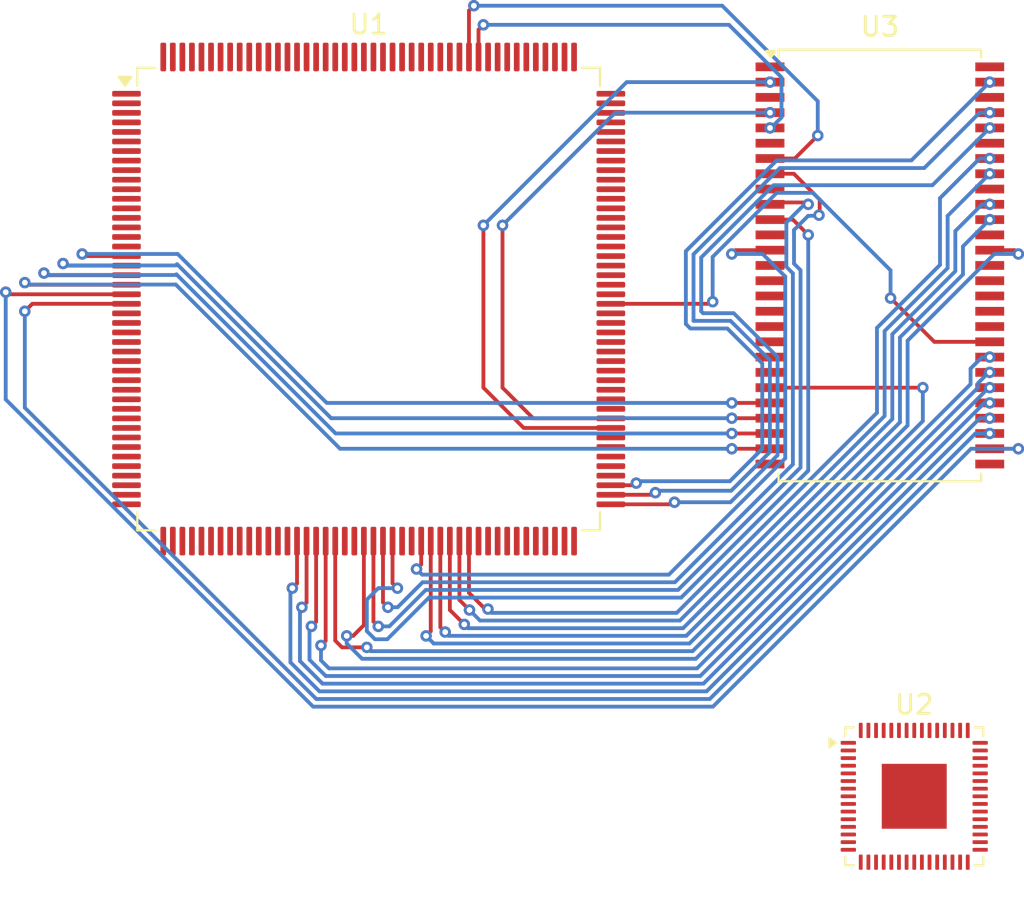
<source format=kicad_pcb>
(kicad_pcb (version 20241229) (generator "pcbnew") (generator_version "9.0")
  (layers (0 "F.Cu" signal) (2 "B.Cu" signal) (13 "F.Paste" user) (15 "B.Paste" user) (5 "F.SilkS" user "F.Silkscreen") (7 "B.SilkS" user "B.Silkscreen") (1 "F.Mask" user) (3 "B.Mask" user) (25 "Edge.Cuts" user))
  (net 0 "")
  (net 3 "Net-(U1-VSS-Pad100)")
  (net 4 "Net-(U1-VSSDSI-Pad105)")
  (net 5 "/FMC_D0")
  (net 9 "/FMC_D13")
  (net 14 "/FMC_D2")
  (net 19 "/FMC_D9")
  (net 21 "/FMC_A5")
  (net 36 "/FMC_A0")
  (net 41 "/FMC_A2")
  (net 44 "/FMC_A11")
  (net 46 "/FMC_A8")
  (net 50 "/FMC_D8")
  (net 51 "/FMC_A12")
  (net 61 "/FMC_D1")
  (net 70 "/FMC_D10")
  (net 78 "/FMC_D11")
  (net 89 "/FMC_D7")
  (net 90 "/FMC_D6")
  (net 99 "/FMC_D15")
  (net 102 "/FMC_A6")
  (net 104 "/FMC_A4")
  (net 113 "/FMC_D14")
  (net 116 "/FMC_A9")
  (net 122 "/FMC_D12")
  (net 123 "/FMC_D3")
  (net 127 "/FMC_D4")
  (net 132 "/FMC_A7")
  (net 137 "/FMC_A1")
  (net 142 "/FMC_A10")
  (net 150 "/FMC_D5")
  (net 151 "/FMC_A3")
  (net 159 "Net-(U2-IOVDD-Pad1)")
  (net 192 "Net-(U2-DVDD-Pad23)")
  (net 218 "Net-(U3-VDDQ-Pad3)")
  (net 219 "Net-(U3-VSSQ-Pad12)")
  (net 220 "Net-(U3-VDD-Pad1)")
  (net 222 "Net-(U3-VSS-Pad28)")
  (footprint "Package_QFP:LQFP-176_24x24mm_P0.5mm" (layer "F.Cu") (at 73.995 58.86)
    (property "Reference" "U1")
    (property "Value" "STM32H747IITx")
  )
  (footprint "Package_DFN_QFN:QFN-60-1EP_7x7mm_P0.4mm_EP3.4x3.4mm" (layer "F.Cu") (at 102.55 84.9)
    (property "Reference" "U2")
    (property "Value" "RP2350A")
  )
  (footprint "Package_SO:TSOP-II-54_22.2x10.16mm_P0.8mm" (layer "F.Cu") (at 100.75 57.1)
    (property "Reference" "U3")
    (property "Value" "MT48LC16M16A2P")
  )
  (segment (start 82.11 65.61) (end 86.67 65.61) (width 0.2) (layer "F.Cu") (net 5))
  (segment (start 80 55) (end 80 63.5) (width 0.2) (layer "F.Cu") (net 5))
  (segment (start 80 63.5) (end 82.11 65.61) (width 0.2) (layer "F.Cu") (net 5))
  (via (at 95 47.5) (size 0.6) (drill 0.3) (layers "F.Cu" "B.Cu") (net 5))
  (via (at 80 55) (size 0.6) (drill 0.3) (layers "F.Cu" "B.Cu") (net 5))
  (segment (start 80 55) (end 87.5 47.5) (width 0.2) (layer "B.Cu") (net 5))
  (segment (start 87.5 47.5) (end 95 47.5) (width 0.2) (layer "B.Cu") (net 5))
  (segment (start 90 69.5) (end 89.89 69.61) (width 0.2) (layer "F.Cu") (net 9))
  (segment (start 86.67 69.61) (end 89.89 69.61) (width 0.2) (layer "F.Cu") (net 9))
  (via (at 106.5 49.9) (size 0.6) (drill 0.3) (layers "F.Cu" "B.Cu") (net 9))
  (via (at 90 69.5) (size 0.6) (drill 0.3) (layers "F.Cu" "B.Cu") (net 9))
  (segment (start 106.5 49.9) (end 103.502003 52.897997) (width 0.2) (layer "B.Cu") (net 9))
  (segment (start 93.101 59.601) (end 95.396 61.896) (width 0.2) (layer "B.Cu") (net 9))
  (segment (start 91.5 59.601) (end 93.101 59.601) (width 0.2) (layer "B.Cu") (net 9))
  (segment (start 92.9329 69.5) (end 90 69.5) (width 0.2) (layer "B.Cu") (net 9))
  (segment (start 95.396 67.0369) (end 92.9329 69.5) (width 0.2) (layer "B.Cu") (net 9))
  (segment (start 95.18496 52.897997) (end 91.399 56.683958) (width 0.2) (layer "B.Cu") (net 9))
  (segment (start 95.396 61.896) (end 95.396 67.0369) (width 0.2) (layer "B.Cu") (net 9))
  (segment (start 91.399 56.683958) (end 91.399 59.5) (width 0.2) (layer "B.Cu") (net 9))
  (segment (start 91.399 59.5) (end 91.5 59.601) (width 0.2) (layer "B.Cu") (net 9))
  (segment (start 103.502003 52.897997) (end 95.18496 52.897997) (width 0.2) (layer "B.Cu") (net 9))
  (segment (start 79.745 44.755) (end 80 44.5) (width 0.2) (layer "F.Cu") (net 14))
  (segment (start 79.745 44.755) (end 79.745 46.185) (width 0.2) (layer "F.Cu") (net 14))
  (via (at 80 44.5) (size 0.6) (drill 0.3) (layers "F.Cu" "B.Cu") (net 14))
  (via (at 95 49.9) (size 0.6) (drill 0.3) (layers "F.Cu" "B.Cu") (net 14))
  (segment (start 80 44.5) (end 92.849943 44.5) (width 0.2) (layer "B.Cu") (net 14))
  (segment (start 95.049943 49.9) (end 95 49.9) (width 0.2) (layer "B.Cu") (net 14))
  (segment (start 92.849943 44.5) (end 95.601 47.251057) (width 0.2) (layer "B.Cu") (net 14))
  (segment (start 95.601 47.251057) (end 95.601 49.348943) (width 0.2) (layer "B.Cu") (net 14))
  (segment (start 95.601 49.348943) (end 95.049943 49.9) (width 0.2) (layer "B.Cu") (net 14))
  (segment (start 78 76.298237) (end 77.745 76.043237) (width 0.2) (layer "F.Cu") (net 19))
  (segment (start 77.745 76.043237) (end 77.745 71.535) (width 0.2) (layer "F.Cu") (net 19))
  (via (at 106.5 54.7) (size 0.6) (drill 0.3) (layers "F.Cu" "B.Cu") (net 19))
  (via (at 78 76.298237) (size 0.6) (drill 0.3) (layers "F.Cu" "B.Cu") (net 19))
  (segment (start 90.61732 76.497237) (end 101.802 65.312557) (width 0.2) (layer "B.Cu") (net 19))
  (segment (start 78 76.298237) (end 78.199 76.497237) (width 0.2) (layer "B.Cu") (net 19))
  (segment (start 101.802 60.8678) (end 105.1 57.5698) (width 0.2) (layer "B.Cu") (net 19))
  (segment (start 78.199 76.497237) (end 90.61732 76.497237) (width 0.2) (layer "B.Cu") (net 19))
  (segment (start 105.1 57.5698) (end 105.1 56.1) (width 0.2) (layer "B.Cu") (net 19))
  (segment (start 101.802 65.312557) (end 101.802 60.8678) (width 0.2) (layer "B.Cu") (net 19))
  (segment (start 105.1 56.1) (end 106.5 54.7) (width 0.2) (layer "B.Cu") (net 19))
  (segment (start 61.32 59.11) (end 56.39 59.11) (width 0.2) (layer "F.Cu") (net 21))
  (segment (start 56.39 59.11) (end 56 59.5) (width 0.2) (layer "F.Cu") (net 21))
  (via (at 106.5 65.9) (size 0.6) (drill 0.3) (layers "F.Cu" "B.Cu") (net 21))
  (via (at 56 59.5) (size 0.6) (drill 0.3) (layers "F.Cu" "B.Cu") (net 21))
  (segment (start 71.252757 79.804) (end 91.847357 79.804) (width 0.2) (layer "B.Cu") (net 21))
  (segment (start 56 64.551243) (end 71.252757 79.804) (width 0.2) (layer "B.Cu") (net 21))
  (segment (start 56 59.5) (end 56 64.551243) (width 0.2) (layer "B.Cu") (net 21))
  (segment (start 91.847357 79.804) (end 105.751357 65.9) (width 0.2) (layer "B.Cu") (net 21))
  (segment (start 105.751357 65.9) (end 106.5 65.9) (width 0.2) (layer "B.Cu") (net 21))
  (segment (start 59.11 56.61) (end 59 56.5) (width 0.2) (layer "F.Cu") (net 36))
  (segment (start 95 64.3) (end 93 64.3) (width 0.2) (layer "F.Cu") (net 36))
  (segment (start 61.32 56.61) (end 59.11 56.61) (width 0.2) (layer "F.Cu") (net 36))
  (via (at 59 56.5) (size 0.6) (drill 0.3) (layers "F.Cu" "B.Cu") (net 36))
  (via (at 93 64.3) (size 0.6) (drill 0.3) (layers "F.Cu" "B.Cu") (net 36))
  (segment (start 71.8 64.3) (end 64 56.5) (width 0.2) (layer "B.Cu") (net 36))
  (segment (start 93 64.3) (end 71.8 64.3) (width 0.2) (layer "B.Cu") (net 36))
  (segment (start 64 56.5) (end 59 56.5) (width 0.2) (layer "B.Cu") (net 36))
  (segment (start 93.000006 65.9) (end 93 65.900006) (width 0.2) (layer "F.Cu") (net 41))
  (segment (start 57.11 57.61) (end 57 57.5) (width 0.2) (layer "F.Cu") (net 41))
  (segment (start 95 65.9) (end 93.000006 65.9) (width 0.2) (layer "F.Cu") (net 41))
  (segment (start 61.32 57.61) (end 57.11 57.61) (width 0.2) (layer "F.Cu") (net 41))
  (via (at 93 65.900006) (size 0.6) (drill 0.3) (layers "F.Cu" "B.Cu") (net 41))
  (via (at 57 57.5) (size 0.6) (drill 0.3) (layers "F.Cu" "B.Cu") (net 41))
  (segment (start 93 65.900006) (end 92.999994 65.9) (width 0.2) (layer "B.Cu") (net 41))
  (segment (start 57.101 57.601) (end 57 57.5) (width 0.2) (layer "B.Cu") (net 41))
  (segment (start 63.9329 57.5671) (end 63.899 57.601) (width 0.2) (layer "B.Cu") (net 41))
  (segment (start 72.2658 65.9) (end 63.9329 57.5671) (width 0.2) (layer "B.Cu") (net 41))
  (segment (start 63.899 57.601) (end 57.101 57.601) (width 0.2) (layer "B.Cu") (net 41))
  (segment (start 92.999994 65.9) (end 72.2658 65.9) (width 0.2) (layer "B.Cu") (net 41))
  (segment (start 72.846383 76.497854) (end 73.183031 76.497854) (width 0.2) (layer "F.Cu") (net 44))
  (segment (start 73.183031 76.497854) (end 73.745 75.935885) (width 0.2) (layer "F.Cu") (net 44))
  (segment (start 73.745 75.935885) (end 73.745 71.535) (width 0.2) (layer "F.Cu") (net 44))
  (via (at 72.846383 76.497854) (size 0.6) (drill 0.3) (layers "F.Cu" "B.Cu") (net 44))
  (via (at 106.5 61.9) (size 0.6) (drill 0.3) (layers "F.Cu" "B.Cu") (net 44))
  (segment (start 105.498 62.502) (end 106.1 61.9) (width 0.2) (layer "B.Cu") (net 44))
  (segment (start 105.498 63.317857) (end 105.498 62.502) (width 0.2) (layer "B.Cu") (net 44))
  (segment (start 106.1 61.9) (end 106.5 61.9) (width 0.2) (layer "B.Cu") (net 44))
  (segment (start 72.846383 76.8948) (end 73.65182 77.700237) (width 0.2) (layer "B.Cu") (net 44))
  (segment (start 72.846383 76.497854) (end 72.846383 76.8948) (width 0.2) (layer "B.Cu") (net 44))
  (segment (start 91.11562 77.700237) (end 105.498 63.317857) (width 0.2) (layer "B.Cu") (net 44))
  (segment (start 73.65182 77.700237) (end 91.11562 77.700237) (width 0.2) (layer "B.Cu") (net 44))
  (segment (start 71.245 75.755) (end 71 76) (width 0.2) (layer "F.Cu") (net 46))
  (segment (start 71.245 71.535) (end 71.245 75.755) (width 0.2) (layer "F.Cu") (net 46))
  (via (at 71 76) (size 0.6) (drill 0.3) (layers "F.Cu" "B.Cu") (net 46))
  (via (at 106.5 63.5) (size 0.6) (drill 0.3) (layers "F.Cu" "B.Cu") (net 46))
  (segment (start 70.899 76.101) (end 70.899 77.748943) (width 0.2) (layer "B.Cu") (net 46))
  (segment (start 71.751057 78.601) (end 91.349057 78.601) (width 0.2) (layer "B.Cu") (net 46))
  (segment (start 71 76) (end 70.899 76.101) (width 0.2) (layer "B.Cu") (net 46))
  (segment (start 106.450057 63.5) (end 106.5 63.5) (width 0.2) (layer "B.Cu") (net 46))
  (segment (start 91.349057 78.601) (end 106.450057 63.5) (width 0.2) (layer "B.Cu") (net 46))
  (segment (start 70.899 77.748943) (end 71.751057 78.601) (width 0.2) (layer "B.Cu") (net 46))
  (segment (start 108 56.5) (end 107.8 56.3) (width 0.2) (layer "F.Cu") (net 50))
  (segment (start 77 76.5) (end 77.245 76.255) (width 0.2) (layer "F.Cu") (net 50))
  (segment (start 106.5 56.3) (end 107.8 56.3) (width 0.2) (layer "F.Cu") (net 50))
  (segment (start 77.245 76.255) (end 77.245 71.535) (width 0.2) (layer "F.Cu") (net 50))
  (via (at 77 76.5) (size 0.6) (drill 0.3) (layers "F.Cu" "B.Cu") (net 50))
  (via (at 108 56.5) (size 0.6) (drill 0.3) (layers "F.Cu" "B.Cu") (net 50))
  (segment (start 106.7369 56.5) (end 108 56.5) (width 0.2) (layer "B.Cu") (net 50))
  (segment (start 90.78342 76.898237) (end 102.203 65.478657) (width 0.2) (layer "B.Cu") (net 50))
  (segment (start 77 76.5) (end 77.398237 76.898237) (width 0.2) (layer "B.Cu") (net 50))
  (segment (start 102.203 65.478657) (end 102.203 61.0339) (width 0.2) (layer "B.Cu") (net 50))
  (segment (start 102.203 61.0339) (end 106.7369 56.5) (width 0.2) (layer "B.Cu") (net 50))
  (segment (start 77.398237 76.898237) (end 90.78342 76.898237) (width 0.2) (layer "B.Cu") (net 50))
  (segment (start 106.5 61.1) (end 103.6 61.1) (width 0.2) (layer "F.Cu") (net 51))
  (segment (start 92 59) (end 91.89 59.11) (width 0.2) (layer "F.Cu") (net 51))
  (segment (start 103.6 61.1) (end 101.309985 58.809985) (width 0.2) (layer "F.Cu") (net 51))
  (segment (start 91.89 59.11) (end 86.67 59.11) (width 0.2) (layer "F.Cu") (net 51))
  (via (at 92 59) (size 0.6) (drill 0.3) (layers "F.Cu" "B.Cu") (net 51))
  (via (at 101.309985 58.809985) (size 0.6) (drill 0.3) (layers "F.Cu" "B.Cu") (net 51))
  (segment (start 95.35106 53.298997) (end 97.248943 53.298997) (width 0.2) (layer "B.Cu") (net 51))
  (segment (start 92 59) (end 92 56.650057) (width 0.2) (layer "B.Cu") (net 51))
  (segment (start 97.248943 53.298997) (end 101.309985 57.360039) (width 0.2) (layer "B.Cu") (net 51))
  (segment (start 101.309985 57.360039) (end 101.309985 58.809985) (width 0.2) (layer "B.Cu") (net 51))
  (segment (start 92 56.650057) (end 95.35106 53.298997) (width 0.2) (layer "B.Cu") (net 51))
  (segment (start 82.61 65.11) (end 86.67 65.11) (width 0.2) (layer "F.Cu") (net 61))
  (segment (start 81 55) (end 81 63.5) (width 0.2) (layer "F.Cu") (net 61))
  (segment (start 81 63.5) (end 82.61 65.11) (width 0.2) (layer "F.Cu") (net 61))
  (via (at 95 49.1) (size 0.6) (drill 0.3) (layers "F.Cu" "B.Cu") (net 61))
  (via (at 81 55) (size 0.6) (drill 0.3) (layers "F.Cu" "B.Cu") (net 61))
  (segment (start 81 55) (end 86.9 49.1) (width 0.2) (layer "B.Cu") (net 61))
  (segment (start 86.9 49.1) (end 95 49.1) (width 0.2) (layer "B.Cu") (net 61))
  (segment (start 78.245 75.142237) (end 78.245 71.535) (width 0.2) (layer "F.Cu") (net 70))
  (segment (start 79 75.897237) (end 78.245 75.142237) (width 0.2) (layer "F.Cu") (net 70))
  (via (at 106.5 53.9) (size 0.6) (drill 0.3) (layers "F.Cu" "B.Cu") (net 70))
  (via (at 79 75.897237) (size 0.6) (drill 0.3) (layers "F.Cu" "B.Cu") (net 70))
  (segment (start 106.1 53.9) (end 106.5 53.9) (width 0.2) (layer "B.Cu") (net 70))
  (segment (start 101.401 65.146457) (end 101.401 60.7017) (width 0.2) (layer "B.Cu") (net 70))
  (segment (start 104.699 55.301) (end 106.1 53.9) (width 0.2) (layer "B.Cu") (net 70))
  (segment (start 90.45122 76.096237) (end 101.401 65.146457) (width 0.2) (layer "B.Cu") (net 70))
  (segment (start 104.699 57.4037) (end 104.699 55.301) (width 0.2) (layer "B.Cu") (net 70))
  (segment (start 101.401 60.7017) (end 104.699 57.4037) (width 0.2) (layer "B.Cu") (net 70))
  (segment (start 79.199 76.096237) (end 90.45122 76.096237) (width 0.2) (layer "B.Cu") (net 70))
  (segment (start 79 75.897237) (end 79.199 76.096237) (width 0.2) (layer "B.Cu") (net 70))
  (segment (start 79.272483 75.145068) (end 78.745 74.617585) (width 0.2) (layer "F.Cu") (net 78))
  (segment (start 78.745 74.617585) (end 78.745 71.535) (width 0.2) (layer "F.Cu") (net 78))
  (via (at 79.272483 75.145068) (size 0.6) (drill 0.3) (layers "F.Cu" "B.Cu") (net 78))
  (via (at 106.5 52.3) (size 0.6) (drill 0.3) (layers "F.Cu" "B.Cu") (net 78))
  (segment (start 104.298 54.502) (end 106.5 52.3) (width 0.2) (layer "B.Cu") (net 78))
  (segment (start 104.298 57.2376) (end 104.298 54.502) (width 0.2) (layer "B.Cu") (net 78))
  (segment (start 79.822652 75.695237) (end 90.28512 75.695237) (width 0.2) (layer "B.Cu") (net 78))
  (segment (start 90.28512 75.695237) (end 101 64.980357) (width 0.2) (layer "B.Cu") (net 78))
  (segment (start 79.272483 75.145068) (end 79.822652 75.695237) (width 0.2) (layer "B.Cu") (net 78))
  (segment (start 101 60.5356) (end 104.298 57.2376) (width 0.2) (layer "B.Cu") (net 78))
  (segment (start 101 64.980357) (end 101 60.5356) (width 0.2) (layer "B.Cu") (net 78))
  (segment (start 76.745 71.535) (end 76.745 72.755) (width 0.2) (layer "F.Cu") (net 89))
  (segment (start 93.2 56.3) (end 93 56.5) (width 0.2) (layer "F.Cu") (net 89))
  (segment (start 76.745 72.755) (end 76.5 73) (width 0.2) (layer "F.Cu") (net 89))
  (segment (start 95 56.3) (end 93.2 56.3) (width 0.2) (layer "F.Cu") (net 89))
  (via (at 76.5 73) (size 0.6) (drill 0.3) (layers "F.Cu" "B.Cu") (net 89))
  (via (at 93 56.5) (size 0.6) (drill 0.3) (layers "F.Cu" "B.Cu") (net 89))
  (segment (start 76.791237 73.291237) (end 89.708763 73.291237) (width 0.2) (layer "B.Cu") (net 89))
  (segment (start 76.5 73) (end 76.791237 73.291237) (width 0.2) (layer "B.Cu") (net 89))
  (segment (start 89.708763 73.291237) (end 95.797 67.203) (width 0.2) (layer "B.Cu") (net 89))
  (segment (start 94.6158 56.5) (end 93 56.5) (width 0.2) (layer "B.Cu") (net 89))
  (segment (start 95.797 57.6812) (end 94.6158 56.5) (width 0.2) (layer "B.Cu") (net 89))
  (segment (start 95.797 67.203) (end 95.797 57.6812) (width 0.2) (layer "B.Cu") (net 89))
  (segment (start 95 54.7) (end 96.2 54.7) (width 0.2) (layer "F.Cu") (net 90))
  (segment (start 75.245 71.535) (end 75.245 73.745) (width 0.2) (layer "F.Cu") (net 90))
  (segment (start 96.2 54.7) (end 97 55.5) (width 0.2) (layer "F.Cu") (net 90))
  (segment (start 75.245 73.745) (end 75.5 74) (width 0.2) (layer "F.Cu") (net 90))
  (via (at 97 55.5) (size 0.6) (drill 0.3) (layers "F.Cu" "B.Cu") (net 90))
  (via (at 75.5 74) (size 0.6) (drill 0.3) (layers "F.Cu" "B.Cu") (net 90))
  (segment (start 97 67.846156) (end 97 55.5) (width 0.2) (layer "B.Cu") (net 90))
  (segment (start 97 67.846157) (end 96.923078 67.923078) (width 0.2) (layer "B.Cu") (net 90))
  (segment (start 96.923078 67.923078) (end 97 67.846156) (width 0.2) (layer "B.Cu") (net 90))
  (segment (start 90.351919 74.494237) (end 77.149821 74.494237) (width 0.2) (layer "B.Cu") (net 90))
  (segment (start 74.325028 76.674972) (end 73.899 76.248943) (width 0.2) (layer "B.Cu") (net 90))
  (segment (start 96.923078 67.923078) (end 90.351919 74.494237) (width 0.2) (layer "B.Cu") (net 90))
  (segment (start 77.149821 74.494237) (end 74.969086 76.674972) (width 0.2) (layer "B.Cu") (net 90))
  (segment (start 74.969086 76.674972) (end 74.325028 76.674972) (width 0.2) (layer "B.Cu") (net 90))
  (segment (start 73.899 74.601) (end 74.5 74) (width 0.2) (layer "B.Cu") (net 90))
  (segment (start 74.5 74) (end 75.5 74) (width 0.2) (layer "B.Cu") (net 90))
  (segment (start 73.899 76.248943) (end 73.899 74.601) (width 0.2) (layer "B.Cu") (net 90))
  (segment (start 87.89 68.61) (end 88 68.5) (width 0.2) (layer "F.Cu") (net 99))
  (segment (start 86.67 68.61) (end 87.89 68.61) (width 0.2) (layer "F.Cu") (net 99))
  (via (at 88 68.5) (size 0.6) (drill 0.3) (layers "F.Cu" "B.Cu") (net 99))
  (via (at 106.5 47.5) (size 0.6) (drill 0.3) (layers "F.Cu" "B.Cu") (net 99))
  (segment (start 92.89935 68.39935) (end 92.899 68.399) (width 0.2) (layer "B.Cu") (net 99))
  (segment (start 94.594 62.2282) (end 94.594 66.7047) (width 0.2) (layer "B.Cu") (net 99))
  (segment (start 92.7688 60.403) (end 94.594 62.2282) (width 0.2) (layer "B.Cu") (net 99))
  (segment (start 95.349757 51.599) (end 90.597 56.351758) (width 0.2) (layer "B.Cu") (net 99))
  (segment (start 90.597 60.1661) (end 90.8339 60.403) (width 0.2) (layer "B.Cu") (net 99))
  (segment (start 90.8339 60.403) (end 92.7688 60.403) (width 0.2) (layer "B.Cu") (net 99))
  (segment (start 106.5 47.5) (end 102.401 51.599) (width 0.2) (layer "B.Cu") (net 99))
  (segment (start 88.101 68.399) (end 88 68.5) (width 0.2) (layer "B.Cu") (net 99))
  (segment (start 94.594 66.7047) (end 92.89935 68.39935) (width 0.2) (layer "B.Cu") (net 99))
  (segment (start 92.899 68.399) (end 88.101 68.399) (width 0.2) (layer "B.Cu") (net 99))
  (segment (start 102.401 51.599) (end 95.349757 51.599) (width 0.2) (layer "B.Cu") (net 99))
  (segment (start 90.597 56.351758) (end 90.597 60.1661) (width 0.2) (layer "B.Cu") (net 99))
  (segment (start 70.245 71.535) (end 70.245 73.755) (width 0.2) (layer "F.Cu") (net 102))
  (segment (start 70.245 73.755) (end 70 74) (width 0.2) (layer "F.Cu") (net 102))
  (via (at 106.5 65.1) (size 0.6) (drill 0.3) (layers "F.Cu" "B.Cu") (net 102))
  (via (at 70 74) (size 0.6) (drill 0.3) (layers "F.Cu" "B.Cu") (net 102))
  (segment (start 91.681257 79.403) (end 105.984257 65.1) (width 0.2) (layer "B.Cu") (net 102))
  (segment (start 69.899 77.883143) (end 71.418857 79.403) (width 0.2) (layer "B.Cu") (net 102))
  (segment (start 71.418857 79.403) (end 91.681257 79.403) (width 0.2) (layer "B.Cu") (net 102))
  (segment (start 69.899 74.101) (end 69.899 77.883143) (width 0.2) (layer "B.Cu") (net 102))
  (segment (start 70 74) (end 69.899 74.101) (width 0.2) (layer "B.Cu") (net 102))
  (segment (start 105.984257 65.1) (end 106.5 65.1) (width 0.2) (layer "B.Cu") (net 102))
  (segment (start 61.32 58.61) (end 55.11 58.61) (width 0.2) (layer "F.Cu") (net 104))
  (segment (start 55 58.5) (end 55.11 58.61) (width 0.2) (layer "F.Cu") (net 104))
  (segment (start 106.5 66.7) (end 108 66.7) (width 0.2) (layer "F.Cu") (net 104))
  (via (at 55 58.5) (size 0.6) (drill 0.3) (layers "F.Cu" "B.Cu") (net 104))
  (via (at 108 66.7) (size 0.6) (drill 0.3) (layers "F.Cu" "B.Cu") (net 104))
  (segment (start 71.086657 80.205) (end 55 64.118343) (width 0.2) (layer "B.Cu") (net 104))
  (segment (start 92.013457 80.205) (end 71.086657 80.205) (width 0.2) (layer "B.Cu") (net 104))
  (segment (start 55 64.118343) (end 55 58.5) (width 0.2) (layer "B.Cu") (net 104))
  (segment (start 108 66.7) (end 105.518457 66.7) (width 0.2) (layer "B.Cu") (net 104))
  (segment (start 105.518457 66.7) (end 92.013457 80.205) (width 0.2) (layer "B.Cu") (net 104))
  (segment (start 88.89 69.11) (end 89 69) (width 0.2) (layer "F.Cu") (net 113))
  (segment (start 86.67 69.11) (end 88.89 69.11) (width 0.2) (layer "F.Cu") (net 113))
  (via (at 106.5 49.1) (size 0.6) (drill 0.3) (layers "F.Cu" "B.Cu") (net 113))
  (via (at 89 69) (size 0.6) (drill 0.3) (layers "F.Cu" "B.Cu") (net 113))
  (segment (start 106.5 49.1) (end 105.974 49.1) (width 0.2) (layer "B.Cu") (net 113))
  (segment (start 94.995 66.8708) (end 92.9668 68.899) (width 0.2) (layer "B.Cu") (net 113))
  (segment (start 95.515857 52) (end 90.998 56.517858) (width 0.2) (layer "B.Cu") (net 113))
  (segment (start 89.101 68.899) (end 89 69) (width 0.2) (layer "B.Cu") (net 113))
  (segment (start 105.974 49.1) (end 103.074 52) (width 0.2) (layer "B.Cu") (net 113))
  (segment (start 90.998 60) (end 91 60.002) (width 0.2) (layer "B.Cu") (net 113))
  (segment (start 103.074 52) (end 95.515857 52) (width 0.2) (layer "B.Cu") (net 113))
  (segment (start 92.9668 68.899) (end 89.101 68.899) (width 0.2) (layer "B.Cu") (net 113))
  (segment (start 94.995 62.0621) (end 94.995 66.8708) (width 0.2) (layer "B.Cu") (net 113))
  (segment (start 92.9349 60.002) (end 94.995 62.0621) (width 0.2) (layer "B.Cu") (net 113))
  (segment (start 90.998 56.517858) (end 90.998 60) (width 0.2) (layer "B.Cu") (net 113))
  (segment (start 91 60.002) (end 92.9349 60.002) (width 0.2) (layer "B.Cu") (net 113))
  (segment (start 71.745 71.535) (end 71.745 76.755) (width 0.2) (layer "F.Cu") (net 116))
  (segment (start 71.745 76.755) (end 71.5 77) (width 0.2) (layer "F.Cu") (net 116))
  (via (at 71.5 77) (size 0.6) (drill 0.3) (layers "F.Cu" "B.Cu") (net 116))
  (via (at 106.5 62.7) (size 0.6) (drill 0.3) (layers "F.Cu" "B.Cu") (net 116))
  (segment (start 71.5 77.782843) (end 71.5 77) (width 0.2) (layer "B.Cu") (net 116))
  (segment (start 105.899 63.251057) (end 105.899 63.483957) (width 0.2) (layer "B.Cu") (net 116))
  (segment (start 91.182957 78.2) (end 71.917157 78.2) (width 0.2) (layer "B.Cu") (net 116))
  (segment (start 71.917157 78.2) (end 71.5 77.782843) (width 0.2) (layer "B.Cu") (net 116))
  (segment (start 106.450057 62.7) (end 105.899 63.251057) (width 0.2) (layer "B.Cu") (net 116))
  (segment (start 105.899 63.483957) (end 91.182957 78.2) (width 0.2) (layer "B.Cu") (net 116))
  (segment (start 106.5 62.7) (end 106.450057 62.7) (width 0.2) (layer "B.Cu") (net 116))
  (segment (start 80.237972 75.095237) (end 80.095237 75.095237) (width 0.2) (layer "F.Cu") (net 122))
  (segment (start 80.095237 75.095237) (end 79.245 74.245) (width 0.2) (layer "F.Cu") (net 122))
  (segment (start 79.245 74.245) (end 79.245 71.535) (width 0.2) (layer "F.Cu") (net 122))
  (via (at 80.237972 75.095237) (size 0.6) (drill 0.3) (layers "F.Cu" "B.Cu") (net 122))
  (via (at 106.5 51.5) (size 0.6) (drill 0.3) (layers "F.Cu" "B.Cu") (net 122))
  (segment (start 103.897 57.0715) (end 103.897 53.577) (width 0.2) (layer "B.Cu") (net 122))
  (segment (start 80.237972 75.095237) (end 80.436972 75.294237) (width 0.2) (layer "B.Cu") (net 122))
  (segment (start 105.974 51.5) (end 106.5 51.5) (width 0.2) (layer "B.Cu") (net 122))
  (segment (start 103.897 53.577) (end 105.974 51.5) (width 0.2) (layer "B.Cu") (net 122))
  (segment (start 80.436972 75.294237) (end 90.11902 75.294237) (width 0.2) (layer "B.Cu") (net 122))
  (segment (start 100.599 64.814257) (end 100.599 60.3695) (width 0.2) (layer "B.Cu") (net 122))
  (segment (start 90.11902 75.294237) (end 100.599 64.814257) (width 0.2) (layer "B.Cu") (net 122))
  (segment (start 100.599 60.3695) (end 103.897 57.0715) (width 0.2) (layer "B.Cu") (net 122))
  (segment (start 96.299 51.5) (end 97.5 50.299) (width 0.2) (layer "F.Cu") (net 123))
  (segment (start 95 51.5) (end 96.299 51.5) (width 0.2) (layer "F.Cu") (net 123))
  (segment (start 79.245 43.755) (end 79.5 43.5) (width 0.2) (layer "F.Cu") (net 123))
  (segment (start 79.245 43.755) (end 79.245 46.185) (width 0.2) (layer "F.Cu") (net 123))
  (via (at 97.5 50.299) (size 0.6) (drill 0.3) (layers "F.Cu" "B.Cu") (net 123))
  (via (at 79.5 43.5) (size 0.6) (drill 0.3) (layers "F.Cu" "B.Cu") (net 123))
  (segment (start 79.5 43.5) (end 92.5 43.5) (width 0.2) (layer "B.Cu") (net 123))
  (segment (start 92.5 43.5) (end 97.5 48.5) (width 0.2) (layer "B.Cu") (net 123))
  (segment (start 97.5 48.5) (end 97.5 50.299) (width 0.2) (layer "B.Cu") (net 123))
  (segment (start 74.245 71.535) (end 74.245 75.745) (width 0.2) (layer "F.Cu") (net 127))
  (segment (start 95 52.3) (end 96.249946 52.3) (width 0.2) (layer "F.Cu") (net 127))
  (segment (start 74.245 75.745) (end 74.5 76) (width 0.2) (layer "F.Cu") (net 127))
  (segment (start 97.601 53.651054) (end 97.601 54.430367) (width 0.2) (layer "F.Cu") (net 127))
  (segment (start 97.601 54.430367) (end 97.564055 54.467312) (width 0.2) (layer "F.Cu") (net 127))
  (segment (start 96.249946 52.3) (end 97.601 53.651054) (width 0.2) (layer "F.Cu") (net 127))
  (via (at 97.564055 54.467312) (size 0.6) (drill 0.3) (layers "F.Cu" "B.Cu") (net 127))
  (via (at 74.5 76) (size 0.6) (drill 0.3) (layers "F.Cu" "B.Cu") (net 127))
  (segment (start 96.599 67.680056) (end 96.389528 67.889528) (width 0.2) (layer "B.Cu") (net 127))
  (segment (start 96.389528 67.889528) (end 96.403 67.876057) (width 0.2) (layer "B.Cu") (net 127))
  (segment (start 97.564055 54.467312) (end 97.53037 54.500997) (width 0.2) (layer "B.Cu") (net 127))
  (segment (start 96.257216 57.007216) (end 96.599 57.349) (width 0.2) (layer "B.Cu") (net 127))
  (segment (start 96.999003 54.500997) (end 96.257216 55.242784) (width 0.2) (layer "B.Cu") (net 127))
  (segment (start 96.257216 55.242784) (end 96.257216 57.007216) (width 0.2) (layer "B.Cu") (net 127))
  (segment (start 75.076958 76) (end 76.983721 74.093237) (width 0.2) (layer "B.Cu") (net 127))
  (segment (start 96.599 57.349) (end 96.599 67.680056) (width 0.2) (layer "B.Cu") (net 127))
  (segment (start 76.983721 74.093237) (end 90.185819 74.093237) (width 0.2) (layer "B.Cu") (net 127))
  (segment (start 74.5 76) (end 75.076958 76) (width 0.2) (layer "B.Cu") (net 127))
  (segment (start 97.53037 54.500997) (end 96.999003 54.500997) (width 0.2) (layer "B.Cu") (net 127))
  (segment (start 90.185819 74.093237) (end 96.389528 67.889528) (width 0.2) (layer "B.Cu") (net 127))
  (segment (start 70.745 74.755) (end 70.5 75) (width 0.2) (layer "F.Cu") (net 132))
  (segment (start 70.745 71.535) (end 70.745 74.755) (width 0.2) (layer "F.Cu") (net 132))
  (via (at 106.5 64.3) (size 0.6) (drill 0.3) (layers "F.Cu" "B.Cu") (net 132))
  (via (at 70.5 75) (size 0.6) (drill 0.3) (layers "F.Cu" "B.Cu") (net 132))
  (segment (start 70.399 77.816043) (end 71.584957 79.002) (width 0.2) (layer "B.Cu") (net 132))
  (segment (start 91.515157 79.002) (end 106.217157 64.3) (width 0.2) (layer "B.Cu") (net 132))
  (segment (start 70.399 75.101) (end 70.399 77.816043) (width 0.2) (layer "B.Cu") (net 132))
  (segment (start 71.584957 79.002) (end 91.515157 79.002) (width 0.2) (layer "B.Cu") (net 132))
  (segment (start 106.217157 64.3) (end 106.5 64.3) (width 0.2) (layer "B.Cu") (net 132))
  (segment (start 70.5 75) (end 70.399 75.101) (width 0.2) (layer "B.Cu") (net 132))
  (segment (start 95 65.1) (end 93.000003 65.1) (width 0.2) (layer "F.Cu") (net 137))
  (segment (start 58 57) (end 58.11 57.11) (width 0.2) (layer "F.Cu") (net 137))
  (segment (start 61.32 57.11) (end 58.11 57.11) (width 0.2) (layer "F.Cu") (net 137))
  (segment (start 93.000003 65.1) (end 93 65.100003) (width 0.2) (layer "F.Cu") (net 137))
  (via (at 58 57) (size 0.6) (drill 0.3) (layers "F.Cu" "B.Cu") (net 137))
  (via (at 93 65.100003) (size 0.6) (drill 0.3) (layers "F.Cu" "B.Cu") (net 137))
  (segment (start 63.899 57.101) (end 58.101 57.101) (width 0.2) (layer "B.Cu") (net 137))
  (segment (start 72.0329 65.1) (end 63.96645 57.03355) (width 0.2) (layer "B.Cu") (net 137))
  (segment (start 63.96645 57.03355) (end 63.899 57.101) (width 0.2) (layer "B.Cu") (net 137))
  (segment (start 93 65.100003) (end 92.999997 65.1) (width 0.2) (layer "B.Cu") (net 137))
  (segment (start 92.999997 65.1) (end 72.0329 65.1) (width 0.2) (layer "B.Cu") (net 137))
  (segment (start 58.101 57.101) (end 58 57) (width 0.2) (layer "B.Cu") (net 137))
  (segment (start 103 63.5) (end 95 63.5) (width 0.2) (layer "F.Cu") (net 142))
  (segment (start 72.245 76.745) (end 72.245 71.535) (width 0.2) (layer "F.Cu") (net 142))
  (segment (start 73.900763 77.099237) (end 72.599237 77.099237) (width 0.2) (layer "F.Cu") (net 142))
  (segment (start 72.599237 77.099237) (end 72.245 76.745) (width 0.2) (layer "F.Cu") (net 142))
  (via (at 103 63.5) (size 0.6) (drill 0.3) (layers "F.Cu" "B.Cu") (net 142))
  (via (at 73.900763 77.099237) (size 0.6) (drill 0.3) (layers "F.Cu" "B.Cu") (net 142))
  (segment (start 73.900763 77.099237) (end 74.100763 77.299237) (width 0.2) (layer "B.Cu") (net 142))
  (segment (start 103 65.248757) (end 103 63.5) (width 0.2) (layer "B.Cu") (net 142))
  (segment (start 90.94952 77.299237) (end 103 65.248757) (width 0.2) (layer "B.Cu") (net 142))
  (segment (start 74.100763 77.299237) (end 90.94952 77.299237) (width 0.2) (layer "B.Cu") (net 142))
  (segment (start 96.90189 53.801887) (end 95.098113 53.801887) (width 0.2) (layer "F.Cu") (net 150))
  (segment (start 75 75) (end 74.745 74.745) (width 0.2) (layer "F.Cu") (net 150))
  (segment (start 97 53.899997) (end 96.90189 53.801887) (width 0.2) (layer "F.Cu") (net 150))
  (segment (start 74.745 71.535) (end 74.745 74.745) (width 0.2) (layer "F.Cu") (net 150))
  (segment (start 95.098113 53.801887) (end 95 53.9) (width 0.2) (layer "F.Cu") (net 150))
  (via (at 97 53.899997) (size 0.6) (drill 0.3) (layers "F.Cu" "B.Cu") (net 150))
  (via (at 75 75) (size 0.6) (drill 0.3) (layers "F.Cu" "B.Cu") (net 150))
  (segment (start 75 75) (end 75.509858 75) (width 0.2) (layer "B.Cu") (net 150))
  (segment (start 75.509858 75) (end 76.817621 73.692237) (width 0.2) (layer "B.Cu") (net 150))
  (segment (start 95.856216 54.85183) (end 96.808049 53.899997) (width 0.2) (layer "B.Cu") (net 150))
  (segment (start 96.808049 53.899997) (end 97 53.899997) (width 0.2) (layer "B.Cu") (net 150))
  (segment (start 96.198 67.513956) (end 96.198 57.5151) (width 0.2) (layer "B.Cu") (net 150))
  (segment (start 90.019719 73.692237) (end 96.198 67.513956) (width 0.2) (layer "B.Cu") (net 150))
  (segment (start 96.198 57.5151) (end 95.856216 57.173316) (width 0.2) (layer "B.Cu") (net 150))
  (segment (start 95.856216 57.173316) (end 95.856216 54.85183) (width 0.2) (layer "B.Cu") (net 150))
  (segment (start 76.817621 73.692237) (end 90.019719 73.692237) (width 0.2) (layer "B.Cu") (net 150))
  (segment (start 61.32 58.11) (end 56.11 58.11) (width 0.2) (layer "F.Cu") (net 151))
  (segment (start 56 58) (end 56.11 58.11) (width 0.2) (layer "F.Cu") (net 151))
  (segment (start 95 66.7) (end 93.000009 66.7) (width 0.2) (layer "F.Cu") (net 151))
  (segment (start 93.000009 66.7) (end 93 66.700009) (width 0.2) (layer "F.Cu") (net 151))
  (via (at 56 58) (size 0.6) (drill 0.3) (layers "F.Cu" "B.Cu") (net 151))
  (via (at 93 66.700009) (size 0.6) (drill 0.3) (layers "F.Cu" "B.Cu") (net 151))
  (segment (start 92.999991 66.7) (end 72.4987 66.7) (width 0.2) (layer "B.Cu") (net 151))
  (segment (start 63.899 58.101) (end 56.101 58.101) (width 0.2) (layer "B.Cu") (net 151))
  (segment (start 63.89935 58.10065) (end 63.899 58.101) (width 0.2) (layer "B.Cu") (net 151))
  (segment (start 93 66.700009) (end 92.999991 66.7) (width 0.2) (layer "B.Cu") (net 151))
  (segment (start 72.4987 66.7) (end 63.89935 58.10065) (width 0.2) (layer "B.Cu") (net 151))
  (segment (start 56.101 58.101) (end 56 58) (width 0.2) (layer "B.Cu") (net 151))
)
</source>
